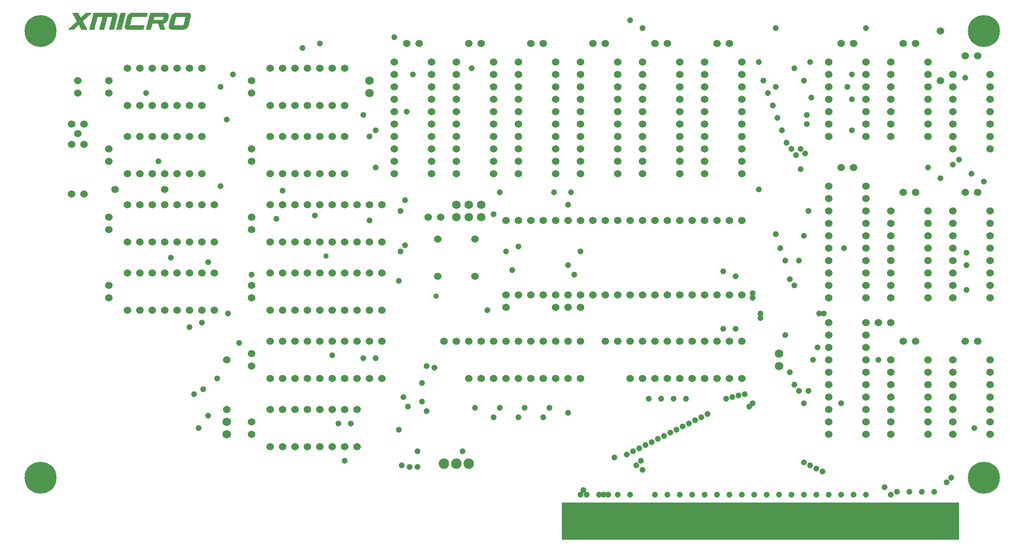
<source format=gts>
G75*
G70*
%OFA0B0*%
%FSLAX24Y24*%
%IPPOS*%
%LPD*%
%AMOC8*
5,1,8,0,0,1.08239X$1,22.5*
%
%ADD10C,0.0060*%
%ADD11C,0.0600*%
%ADD12C,0.0680*%
%ADD13R,3.2000X0.3000*%
%ADD14C,0.2580*%
%ADD15C,0.0476*%
%ADD16C,0.0840*%
%ADD17C,0.0437*%
D10*
X004461Y041254D02*
X005156Y041884D01*
X004788Y042535D01*
X005196Y042535D01*
X005418Y042129D01*
X005859Y042535D01*
X006247Y042535D01*
X005548Y041894D01*
X005920Y041254D01*
X005508Y041254D01*
X005286Y041660D01*
X004849Y041254D01*
X004461Y041254D01*
X004513Y041301D02*
X004899Y041301D01*
X004962Y041359D02*
X004577Y041359D01*
X004642Y041418D02*
X005025Y041418D01*
X005088Y041476D02*
X004706Y041476D01*
X004771Y041535D02*
X005151Y041535D01*
X005214Y041593D02*
X004835Y041593D01*
X004900Y041652D02*
X005277Y041652D01*
X005290Y041652D02*
X005689Y041652D01*
X005655Y041710D02*
X004964Y041710D01*
X005029Y041769D02*
X005621Y041769D01*
X005587Y041827D02*
X005093Y041827D01*
X005155Y041886D02*
X005553Y041886D01*
X005602Y041944D02*
X005122Y041944D01*
X005089Y042003D02*
X005666Y042003D01*
X005730Y042061D02*
X005056Y042061D01*
X005023Y042120D02*
X005794Y042120D01*
X005858Y042178D02*
X005472Y042178D01*
X005391Y042178D02*
X004990Y042178D01*
X004957Y042237D02*
X005359Y042237D01*
X005327Y042295D02*
X004924Y042295D01*
X004890Y042354D02*
X005295Y042354D01*
X005263Y042412D02*
X004857Y042412D01*
X004824Y042471D02*
X005231Y042471D01*
X005199Y042529D02*
X004791Y042529D01*
X005535Y042237D02*
X005922Y042237D01*
X005985Y042295D02*
X005599Y042295D01*
X005662Y042354D02*
X006049Y042354D01*
X006113Y042412D02*
X005726Y042412D01*
X005789Y042471D02*
X006177Y042471D01*
X006241Y042529D02*
X005853Y042529D01*
X006435Y042354D02*
X008350Y042354D01*
X008350Y042370D02*
X008350Y042296D01*
X008339Y042222D01*
X008087Y041254D01*
X007742Y041254D01*
X008007Y042264D01*
X007557Y042264D01*
X007296Y041254D01*
X006946Y041254D01*
X007211Y042264D01*
X006761Y042264D01*
X006500Y041254D01*
X006151Y041254D01*
X006482Y042535D01*
X008168Y042535D01*
X008204Y042534D01*
X008239Y042525D01*
X008272Y042508D01*
X008300Y042485D01*
X008325Y042451D01*
X008342Y042412D01*
X008350Y042370D01*
X008342Y042412D02*
X006450Y042412D01*
X006465Y042471D02*
X008310Y042471D01*
X008221Y042529D02*
X006480Y042529D01*
X006420Y042295D02*
X008350Y042295D01*
X008341Y042237D02*
X008000Y042237D01*
X007985Y042178D02*
X008327Y042178D01*
X008312Y042120D02*
X007969Y042120D01*
X007954Y042061D02*
X008297Y042061D01*
X008282Y042003D02*
X007938Y042003D01*
X007923Y041944D02*
X008267Y041944D01*
X008251Y041886D02*
X007908Y041886D01*
X007892Y041827D02*
X008236Y041827D01*
X008221Y041769D02*
X007877Y041769D01*
X007862Y041710D02*
X008206Y041710D01*
X008191Y041652D02*
X007846Y041652D01*
X007831Y041593D02*
X008176Y041593D01*
X008160Y041535D02*
X007816Y041535D01*
X007800Y041476D02*
X008145Y041476D01*
X008130Y041418D02*
X007785Y041418D01*
X007770Y041359D02*
X008115Y041359D01*
X008100Y041301D02*
X007754Y041301D01*
X007338Y041418D02*
X006989Y041418D01*
X007005Y041476D02*
X007353Y041476D01*
X007368Y041535D02*
X007020Y041535D01*
X007035Y041593D02*
X007384Y041593D01*
X007399Y041652D02*
X007051Y041652D01*
X007066Y041710D02*
X007414Y041710D01*
X007429Y041769D02*
X007081Y041769D01*
X007097Y041827D02*
X007444Y041827D01*
X007459Y041886D02*
X007112Y041886D01*
X007128Y041944D02*
X007474Y041944D01*
X007490Y042003D02*
X007143Y042003D01*
X007158Y042061D02*
X007505Y042061D01*
X007520Y042120D02*
X007174Y042120D01*
X007189Y042178D02*
X007535Y042178D01*
X007550Y042237D02*
X007204Y042237D01*
X006754Y042237D02*
X006405Y042237D01*
X006389Y042178D02*
X006739Y042178D01*
X006724Y042120D02*
X006374Y042120D01*
X006359Y042061D02*
X006709Y042061D01*
X006694Y042003D02*
X006344Y042003D01*
X006329Y041944D02*
X006679Y041944D01*
X006664Y041886D02*
X006314Y041886D01*
X006299Y041827D02*
X006649Y041827D01*
X006633Y041769D02*
X006284Y041769D01*
X006269Y041710D02*
X006618Y041710D01*
X006603Y041652D02*
X006253Y041652D01*
X006238Y041593D02*
X006588Y041593D01*
X006573Y041535D02*
X006223Y041535D01*
X006208Y041476D02*
X006558Y041476D01*
X006543Y041418D02*
X006193Y041418D01*
X006178Y041359D02*
X006527Y041359D01*
X006512Y041301D02*
X006163Y041301D01*
X005893Y041301D02*
X005482Y041301D01*
X005450Y041359D02*
X005859Y041359D01*
X005825Y041418D02*
X005418Y041418D01*
X005386Y041476D02*
X005791Y041476D01*
X005757Y041535D02*
X005354Y041535D01*
X005322Y041593D02*
X005723Y041593D01*
X006959Y041301D02*
X007308Y041301D01*
X007323Y041359D02*
X006974Y041359D01*
X008339Y041254D02*
X008670Y042535D01*
X009015Y042535D01*
X008684Y041254D01*
X008339Y041254D01*
X008351Y041301D02*
X008696Y041301D01*
X008711Y041359D02*
X008366Y041359D01*
X008381Y041418D02*
X008726Y041418D01*
X008742Y041476D02*
X008396Y041476D01*
X008411Y041535D02*
X008757Y041535D01*
X008772Y041593D02*
X008426Y041593D01*
X008441Y041652D02*
X008787Y041652D01*
X008802Y041710D02*
X008456Y041710D01*
X008472Y041769D02*
X008817Y041769D01*
X008832Y041827D02*
X008487Y041827D01*
X008502Y041886D02*
X008847Y041886D01*
X008862Y041944D02*
X008517Y041944D01*
X008532Y042003D02*
X008878Y042003D01*
X008893Y042061D02*
X008547Y042061D01*
X008562Y042120D02*
X008908Y042120D01*
X008923Y042178D02*
X008577Y042178D01*
X008592Y042237D02*
X008938Y042237D01*
X008953Y042295D02*
X008608Y042295D01*
X008623Y042354D02*
X008968Y042354D01*
X008983Y042412D02*
X008638Y042412D01*
X008653Y042471D02*
X008998Y042471D01*
X009014Y042529D02*
X008668Y042529D01*
X009203Y042273D02*
X009235Y042335D01*
X009276Y042393D01*
X009325Y042444D01*
X009369Y042482D01*
X009419Y042511D01*
X009474Y042531D01*
X009502Y042535D01*
X009529Y042535D01*
X010790Y042535D01*
X010724Y042264D01*
X009546Y042264D01*
X009357Y041525D01*
X010528Y041525D01*
X010463Y041254D01*
X009168Y041254D01*
X009139Y041256D01*
X009111Y041265D01*
X009086Y041279D01*
X009063Y041298D01*
X009036Y041335D01*
X009017Y041377D01*
X009007Y041422D01*
X009005Y041474D01*
X009011Y041525D01*
X009023Y041586D01*
X009180Y042206D01*
X009203Y042273D01*
X009215Y042295D02*
X010731Y042295D01*
X010746Y042354D02*
X009248Y042354D01*
X009295Y042412D02*
X010760Y042412D01*
X010774Y042471D02*
X009356Y042471D01*
X009468Y042529D02*
X010788Y042529D01*
X011028Y042471D02*
X011110Y042471D01*
X012438Y042471D01*
X012428Y042482D02*
X012453Y042454D01*
X012474Y042423D01*
X012488Y042389D01*
X012496Y042353D01*
X012495Y042288D01*
X012484Y042224D01*
X012441Y042063D01*
X012429Y042024D01*
X012410Y041988D01*
X012354Y041905D01*
X012286Y041831D01*
X012228Y041786D01*
X012163Y041753D01*
X012095Y041737D01*
X012026Y041729D01*
X012198Y041254D01*
X011852Y041254D01*
X011680Y041733D01*
X011180Y041733D01*
X011055Y041254D01*
X010710Y041254D01*
X011045Y042535D01*
X012288Y042535D01*
X012326Y042532D01*
X012363Y042522D01*
X012397Y042505D01*
X012428Y042482D01*
X012478Y042412D02*
X011170Y042412D01*
X011012Y042412D01*
X010997Y042354D02*
X011229Y042354D01*
X012496Y042354D01*
X012496Y042295D02*
X011288Y042295D01*
X010982Y042295D01*
X010967Y042237D02*
X011314Y042237D01*
X011320Y042264D02*
X011045Y042535D01*
X011320Y042264D01*
X012150Y042264D01*
X012082Y041985D01*
X011252Y041985D01*
X011320Y042264D01*
X011299Y042178D02*
X010951Y042178D01*
X010936Y042120D02*
X011285Y042120D01*
X011271Y042061D02*
X010921Y042061D01*
X010905Y042003D02*
X011256Y042003D01*
X011174Y041710D02*
X010829Y041710D01*
X010814Y041652D02*
X011159Y041652D01*
X011144Y041593D02*
X010798Y041593D01*
X010783Y041535D02*
X011128Y041535D01*
X011113Y041476D02*
X010768Y041476D01*
X010753Y041418D02*
X011098Y041418D01*
X011083Y041359D02*
X010737Y041359D01*
X010722Y041301D02*
X011068Y041301D01*
X010844Y041769D02*
X012194Y041769D01*
X012281Y041827D02*
X010860Y041827D01*
X010875Y041886D02*
X012337Y041886D01*
X012381Y041944D02*
X010890Y041944D01*
X010516Y041476D02*
X009005Y041476D01*
X009008Y041418D02*
X010502Y041418D01*
X010488Y041359D02*
X009025Y041359D01*
X009062Y041301D02*
X010474Y041301D01*
X011689Y041710D02*
X012033Y041710D01*
X012054Y041652D02*
X011709Y041652D01*
X011730Y041593D02*
X012075Y041593D01*
X012096Y041535D02*
X011751Y041535D01*
X011772Y041476D02*
X012117Y041476D01*
X012138Y041418D02*
X011793Y041418D01*
X011814Y041359D02*
X012159Y041359D01*
X012180Y041301D02*
X011835Y041301D01*
X012562Y041400D02*
X012576Y041358D01*
X012586Y041332D01*
X012603Y041309D01*
X012623Y041289D01*
X012647Y041273D01*
X012673Y041261D01*
X012701Y041256D01*
X012729Y041254D01*
X013743Y041254D01*
X013784Y041255D01*
X013824Y041263D01*
X013863Y041280D01*
X013898Y041302D01*
X013947Y041341D01*
X013990Y041386D01*
X014033Y041442D01*
X014067Y041504D01*
X014091Y041571D01*
X014263Y042230D01*
X014271Y042284D01*
X014271Y042339D01*
X014266Y042384D01*
X014253Y042428D01*
X014235Y042462D01*
X014210Y042492D01*
X014178Y042514D01*
X014142Y042529D01*
X014104Y042535D01*
X013115Y042535D01*
X013095Y042264D01*
X013115Y042535D01*
X013072Y042535D01*
X013018Y042527D01*
X012966Y042509D01*
X012919Y042481D01*
X012857Y042423D01*
X012806Y042356D01*
X012765Y042284D01*
X012735Y042206D01*
X012568Y041577D01*
X012560Y041538D01*
X012556Y041444D01*
X012562Y041400D01*
X012560Y041418D02*
X014014Y041418D01*
X014051Y041476D02*
X012557Y041476D01*
X012560Y041535D02*
X012902Y041535D01*
X012900Y041525D02*
X013732Y041525D01*
X013927Y042264D01*
X013095Y042264D01*
X012900Y041525D01*
X012918Y041593D02*
X012572Y041593D01*
X012588Y041652D02*
X012933Y041652D01*
X012949Y041710D02*
X012603Y041710D01*
X012619Y041769D02*
X012964Y041769D01*
X012979Y041827D02*
X012635Y041827D01*
X012650Y041886D02*
X012995Y041886D01*
X013010Y041944D02*
X012666Y041944D01*
X012681Y042003D02*
X013026Y042003D01*
X013041Y042061D02*
X012697Y042061D01*
X012712Y042120D02*
X013057Y042120D01*
X013072Y042178D02*
X012728Y042178D01*
X012747Y042237D02*
X013088Y042237D01*
X013097Y042295D02*
X014271Y042295D01*
X014269Y042354D02*
X013102Y042354D01*
X012804Y042354D01*
X012771Y042295D02*
X013097Y042295D01*
X013106Y042412D02*
X014258Y042412D01*
X014228Y042471D02*
X013110Y042471D01*
X012908Y042471D01*
X012849Y042412D02*
X013106Y042412D01*
X013115Y042529D02*
X014141Y042529D01*
X014264Y042237D02*
X013920Y042237D01*
X013905Y042178D02*
X014249Y042178D01*
X014234Y042120D02*
X013889Y042120D01*
X013874Y042061D02*
X014219Y042061D01*
X014204Y042003D02*
X013858Y042003D01*
X013843Y041944D02*
X014188Y041944D01*
X014173Y041886D02*
X013827Y041886D01*
X013812Y041827D02*
X014158Y041827D01*
X014143Y041769D02*
X013796Y041769D01*
X013781Y041710D02*
X014128Y041710D01*
X014112Y041652D02*
X013765Y041652D01*
X013750Y041593D02*
X014097Y041593D01*
X014078Y041535D02*
X013734Y041535D01*
X013896Y041301D02*
X012611Y041301D01*
X012575Y041359D02*
X013964Y041359D01*
X012418Y042003D02*
X012086Y042003D01*
X012101Y042061D02*
X012441Y042061D01*
X012457Y042120D02*
X012115Y042120D01*
X012129Y042178D02*
X012472Y042178D01*
X012487Y042237D02*
X012144Y042237D01*
X012338Y042529D02*
X011051Y042529D01*
X011043Y042529D01*
X009539Y042237D02*
X009191Y042237D01*
X009173Y042178D02*
X009524Y042178D01*
X009509Y042120D02*
X009158Y042120D01*
X009144Y042061D02*
X009494Y042061D01*
X009479Y042003D02*
X009129Y042003D01*
X009114Y041944D02*
X009464Y041944D01*
X009449Y041886D02*
X009099Y041886D01*
X009084Y041827D02*
X009434Y041827D01*
X009419Y041769D02*
X009069Y041769D01*
X009054Y041710D02*
X009404Y041710D01*
X009389Y041652D02*
X009039Y041652D01*
X009024Y041593D02*
X009374Y041593D01*
X009359Y041535D02*
X009013Y041535D01*
X013033Y042529D02*
X013115Y042529D01*
D11*
X013180Y038100D03*
X012180Y038100D03*
X011180Y038100D03*
X010180Y038100D03*
X009180Y038100D03*
X007680Y037100D03*
X007680Y036100D03*
X009180Y035100D03*
X010180Y035100D03*
X011180Y035100D03*
X012180Y035100D03*
X013180Y035100D03*
X014180Y035100D03*
X015180Y035100D03*
X019180Y036100D03*
X019180Y037100D03*
X020680Y038100D03*
X021680Y038100D03*
X022680Y038100D03*
X023680Y038100D03*
X024680Y038100D03*
X025680Y038100D03*
X026680Y038100D03*
X030680Y037600D03*
X030680Y036600D03*
X030680Y035600D03*
X030680Y034600D03*
X030680Y033600D03*
X030680Y032600D03*
X030680Y031600D03*
X030680Y030600D03*
X030680Y029600D03*
X033680Y029600D03*
X033680Y030600D03*
X033680Y031600D03*
X033680Y032600D03*
X033680Y033600D03*
X033680Y034600D03*
X033680Y035600D03*
X033680Y036600D03*
X033680Y037600D03*
X033680Y038600D03*
X032680Y040100D03*
X031680Y040100D03*
X030680Y038600D03*
X035680Y038600D03*
X035680Y037600D03*
X035680Y036600D03*
X035680Y035600D03*
X035680Y034600D03*
X035680Y033600D03*
X035680Y032600D03*
X035680Y031600D03*
X035680Y030600D03*
X035680Y029600D03*
X038680Y029600D03*
X038680Y030600D03*
X040680Y030600D03*
X040680Y029600D03*
X043680Y029600D03*
X043680Y030600D03*
X045680Y030600D03*
X045680Y029600D03*
X048680Y029600D03*
X048680Y030600D03*
X048680Y031600D03*
X048680Y032600D03*
X048680Y033600D03*
X048680Y034600D03*
X048680Y035600D03*
X048680Y036600D03*
X048680Y037600D03*
X048680Y038600D03*
X047680Y040100D03*
X046680Y040100D03*
X045680Y038600D03*
X043680Y038600D03*
X043680Y037600D03*
X043680Y036600D03*
X043680Y035600D03*
X045680Y035600D03*
X045680Y036600D03*
X045680Y037600D03*
X042680Y040100D03*
X041680Y040100D03*
X040680Y038600D03*
X038680Y038600D03*
X038680Y037600D03*
X038680Y036600D03*
X038680Y035600D03*
X040680Y035600D03*
X040680Y036600D03*
X040680Y037600D03*
X037680Y040100D03*
X036680Y040100D03*
X026680Y035100D03*
X025680Y035100D03*
X024680Y035100D03*
X023680Y035100D03*
X022680Y035100D03*
X021680Y035100D03*
X020680Y035100D03*
X020680Y032600D03*
X021680Y032600D03*
X022680Y032600D03*
X023680Y032600D03*
X024680Y032600D03*
X025680Y032600D03*
X026680Y032600D03*
X026680Y029600D03*
X025680Y029600D03*
X024680Y029600D03*
X023680Y029600D03*
X022680Y029600D03*
X021680Y029600D03*
X020680Y029600D03*
X019180Y030600D03*
X019180Y031600D03*
X015180Y032600D03*
X014180Y032600D03*
X013180Y032600D03*
X012180Y032600D03*
X011180Y032600D03*
X010180Y032600D03*
X009180Y032600D03*
X007680Y031600D03*
X005680Y031975D03*
X004680Y031975D03*
X005180Y032850D03*
X004680Y033600D03*
X005680Y033600D03*
X005180Y036100D03*
X005180Y037100D03*
X014180Y038100D03*
X015180Y038100D03*
X007680Y030600D03*
X009180Y029600D03*
X010180Y029600D03*
X011180Y029600D03*
X012180Y029600D03*
X013180Y029600D03*
X014180Y029600D03*
X015180Y029600D03*
X012180Y028350D03*
X012180Y027100D03*
X013180Y027100D03*
X014180Y027100D03*
X015180Y027100D03*
X016180Y027100D03*
X019180Y026100D03*
X020680Y027100D03*
X021680Y027100D03*
X022680Y027100D03*
X023680Y027100D03*
X024680Y027100D03*
X025680Y027100D03*
X026680Y027100D03*
X027680Y027100D03*
X028680Y027100D03*
X029680Y027100D03*
X033430Y026100D03*
X034430Y026100D03*
X034180Y024350D03*
X037180Y024350D03*
X039680Y025850D03*
X040680Y025850D03*
X041680Y025850D03*
X042680Y025850D03*
X043680Y025850D03*
X044680Y025850D03*
X045680Y025850D03*
X046680Y025850D03*
X047680Y025850D03*
X048680Y025850D03*
X049680Y025850D03*
X050680Y025850D03*
X051680Y025850D03*
X052680Y025850D03*
X053680Y025850D03*
X054680Y025850D03*
X055680Y025850D03*
X056680Y025850D03*
X057680Y025850D03*
X058680Y025850D03*
X065680Y025600D03*
X065680Y026600D03*
X065680Y027600D03*
X065680Y028600D03*
X066680Y030100D03*
X067680Y030100D03*
X068680Y028600D03*
X068680Y027600D03*
X068680Y026600D03*
X068680Y025600D03*
X070680Y025600D03*
X070680Y026600D03*
X071680Y028100D03*
X072680Y028100D03*
X073680Y026600D03*
X073680Y025600D03*
X073680Y024600D03*
X073680Y023600D03*
X073680Y022600D03*
X073680Y021600D03*
X073680Y020600D03*
X073680Y019600D03*
X075680Y019600D03*
X075680Y020600D03*
X075680Y021600D03*
X075680Y022600D03*
X075680Y023600D03*
X075680Y024600D03*
X075680Y025600D03*
X075680Y026600D03*
X076680Y028100D03*
X077680Y028100D03*
X078680Y026600D03*
X078680Y025600D03*
X078680Y024600D03*
X078680Y023600D03*
X078680Y022600D03*
X078680Y021600D03*
X078680Y020600D03*
X078680Y019600D03*
X077680Y016100D03*
X076680Y016100D03*
X075680Y014600D03*
X075680Y013600D03*
X075680Y012600D03*
X075680Y011600D03*
X075680Y010600D03*
X075680Y009600D03*
X075680Y008600D03*
X073680Y008600D03*
X073680Y009600D03*
X073680Y010600D03*
X073680Y011600D03*
X073680Y012600D03*
X073680Y013600D03*
X073680Y014600D03*
X072680Y016100D03*
X071680Y016100D03*
X070680Y017600D03*
X069680Y017600D03*
X068680Y017600D03*
X068680Y016600D03*
X068680Y015600D03*
X068680Y014600D03*
X068680Y013600D03*
X068680Y012600D03*
X070680Y012600D03*
X070680Y013600D03*
X070680Y014600D03*
X065680Y014600D03*
X065680Y013600D03*
X065680Y012600D03*
X065680Y011600D03*
X065680Y010600D03*
X065680Y009600D03*
X065680Y008600D03*
X068680Y008600D03*
X070680Y008600D03*
X070680Y009600D03*
X070680Y010600D03*
X070680Y011600D03*
X068680Y011600D03*
X068680Y010600D03*
X068680Y009600D03*
X078680Y009600D03*
X078680Y010600D03*
X078680Y011600D03*
X078680Y012600D03*
X078680Y013600D03*
X078680Y014600D03*
X070680Y019600D03*
X070680Y020600D03*
X070680Y021600D03*
X068680Y021600D03*
X068680Y020600D03*
X068680Y019600D03*
X065680Y019600D03*
X065680Y020600D03*
X065680Y021600D03*
X065680Y022600D03*
X065680Y023600D03*
X065680Y024600D03*
X068680Y024600D03*
X068680Y023600D03*
X068680Y022600D03*
X070680Y022600D03*
X070680Y023600D03*
X070680Y024600D03*
X058680Y019850D03*
X057680Y019850D03*
X056680Y019850D03*
X055680Y019850D03*
X054680Y019850D03*
X053680Y019850D03*
X052680Y019850D03*
X051680Y019850D03*
X050680Y019850D03*
X049680Y019850D03*
X048680Y019850D03*
X047680Y019850D03*
X046680Y019850D03*
X045680Y019850D03*
X044680Y019850D03*
X043680Y019850D03*
X042680Y019850D03*
X041680Y019850D03*
X040680Y019850D03*
X039680Y019850D03*
X039680Y018850D03*
X043680Y018850D03*
X044680Y018850D03*
X045680Y018850D03*
X045680Y016100D03*
X044680Y016100D03*
X043680Y016100D03*
X042680Y016100D03*
X041680Y016100D03*
X040680Y016100D03*
X039680Y016100D03*
X038680Y016100D03*
X037680Y016100D03*
X036680Y016100D03*
X035680Y016100D03*
X034680Y016100D03*
X036680Y013100D03*
X037680Y013100D03*
X038680Y013100D03*
X039680Y013100D03*
X040680Y013100D03*
X041680Y013100D03*
X042680Y013100D03*
X043680Y013100D03*
X044680Y013100D03*
X045680Y013100D03*
X049680Y013100D03*
X050680Y013100D03*
X051680Y013100D03*
X052680Y013100D03*
X053680Y013100D03*
X054680Y013100D03*
X055680Y013100D03*
X056680Y013100D03*
X057680Y013100D03*
X058680Y013100D03*
X058680Y016100D03*
X057680Y016100D03*
X056680Y016100D03*
X055680Y016100D03*
X054680Y016100D03*
X053680Y016100D03*
X052680Y016100D03*
X051680Y016100D03*
X050680Y016100D03*
X049680Y016100D03*
X048680Y016100D03*
X047680Y016100D03*
X037180Y021350D03*
X034180Y021350D03*
X029680Y021600D03*
X028680Y021600D03*
X027680Y021600D03*
X026680Y021600D03*
X025680Y021600D03*
X024680Y021600D03*
X023680Y021600D03*
X022680Y021600D03*
X021680Y021600D03*
X020680Y021600D03*
X019180Y020600D03*
X019180Y019600D03*
X020680Y018600D03*
X021680Y018600D03*
X022680Y018600D03*
X023680Y018600D03*
X024680Y018600D03*
X025680Y018600D03*
X026680Y018600D03*
X027680Y018600D03*
X028680Y018600D03*
X029680Y018600D03*
X029680Y016100D03*
X028680Y016100D03*
X027680Y016100D03*
X026680Y016100D03*
X025680Y016100D03*
X024680Y016100D03*
X023680Y016100D03*
X022680Y016100D03*
X021680Y016100D03*
X020680Y016100D03*
X019180Y015100D03*
X019180Y014100D03*
X020680Y013100D03*
X021680Y013100D03*
X022680Y013100D03*
X023680Y013100D03*
X024680Y013100D03*
X025680Y013100D03*
X026680Y013100D03*
X027680Y013100D03*
X028680Y013100D03*
X029680Y013100D03*
X027680Y010600D03*
X026680Y010600D03*
X025680Y010600D03*
X024680Y010600D03*
X023680Y010600D03*
X022680Y010600D03*
X021680Y010600D03*
X020680Y010600D03*
X019180Y009600D03*
X017180Y010600D03*
X019180Y008600D03*
X020680Y007600D03*
X021680Y007600D03*
X022680Y007600D03*
X023680Y007600D03*
X024680Y007600D03*
X025680Y007600D03*
X026680Y007600D03*
X027680Y007600D03*
X017180Y014600D03*
X016180Y018600D03*
X015180Y018600D03*
X014180Y018600D03*
X013180Y018600D03*
X012180Y018600D03*
X011180Y018600D03*
X010180Y018600D03*
X009180Y018600D03*
X007680Y019600D03*
X007680Y020600D03*
X009180Y021600D03*
X010180Y021600D03*
X011180Y021600D03*
X012180Y021600D03*
X013180Y021600D03*
X014180Y021600D03*
X015180Y021600D03*
X016180Y021600D03*
X016180Y024100D03*
X015180Y024100D03*
X014180Y024100D03*
X013180Y024100D03*
X012180Y024100D03*
X011180Y024100D03*
X010180Y024100D03*
X009180Y024100D03*
X007680Y025100D03*
X007680Y026100D03*
X009180Y027100D03*
X010180Y027100D03*
X011180Y027100D03*
X008180Y028350D03*
X005680Y027975D03*
X004680Y027975D03*
X019180Y025100D03*
X020680Y024100D03*
X021680Y024100D03*
X022680Y024100D03*
X023680Y024100D03*
X024680Y024100D03*
X025680Y024100D03*
X026680Y024100D03*
X027680Y024100D03*
X028680Y024100D03*
X029680Y024100D03*
X038680Y031600D03*
X038680Y032600D03*
X038680Y033600D03*
X038680Y034600D03*
X040680Y034600D03*
X040680Y033600D03*
X040680Y032600D03*
X040680Y031600D03*
X043680Y031600D03*
X043680Y032600D03*
X043680Y033600D03*
X043680Y034600D03*
X045680Y034600D03*
X045680Y033600D03*
X045680Y032600D03*
X045680Y031600D03*
X050680Y031600D03*
X050680Y032600D03*
X050680Y033600D03*
X050680Y034600D03*
X050680Y035600D03*
X050680Y036600D03*
X050680Y037600D03*
X050680Y038600D03*
X051680Y040100D03*
X052680Y040100D03*
X053680Y038600D03*
X053680Y037600D03*
X053680Y036600D03*
X053680Y035600D03*
X053680Y034600D03*
X053680Y033600D03*
X053680Y032600D03*
X053680Y031600D03*
X053680Y030600D03*
X053680Y029600D03*
X055680Y029600D03*
X055680Y030600D03*
X055680Y031600D03*
X055680Y032600D03*
X055680Y033600D03*
X055680Y034600D03*
X055680Y035600D03*
X055680Y036600D03*
X055680Y037600D03*
X055680Y038600D03*
X056680Y040100D03*
X057680Y040100D03*
X058680Y038600D03*
X058680Y037600D03*
X058680Y036600D03*
X058680Y035600D03*
X058680Y034600D03*
X058680Y033600D03*
X058680Y032600D03*
X058680Y031600D03*
X058680Y030600D03*
X058680Y029600D03*
X065680Y032600D03*
X065680Y033600D03*
X065680Y034600D03*
X065680Y035600D03*
X065680Y036600D03*
X065680Y037600D03*
X065680Y038600D03*
X066680Y040100D03*
X067680Y040100D03*
X068680Y038600D03*
X070680Y038600D03*
X070680Y037600D03*
X070680Y036600D03*
X070680Y035600D03*
X068680Y035600D03*
X068680Y036600D03*
X068680Y037600D03*
X071680Y040100D03*
X072680Y040100D03*
X074680Y041100D03*
X076680Y039100D03*
X077680Y039100D03*
X078680Y037600D03*
X078680Y036600D03*
X078680Y035600D03*
X078680Y034600D03*
X078680Y033600D03*
X078680Y032600D03*
X078680Y031600D03*
X075680Y031600D03*
X075680Y032600D03*
X075680Y033600D03*
X075680Y034600D03*
X075680Y035600D03*
X075680Y036600D03*
X075680Y037600D03*
X074680Y037100D03*
X073680Y036600D03*
X073680Y035600D03*
X073680Y034600D03*
X073680Y033600D03*
X073680Y032600D03*
X070680Y032600D03*
X070680Y033600D03*
X070680Y034600D03*
X068680Y034600D03*
X068680Y033600D03*
X068680Y032600D03*
X073680Y037600D03*
X073680Y038600D03*
X050680Y030600D03*
X050680Y029600D03*
X065680Y017600D03*
X065680Y016600D03*
X065680Y015600D03*
X078680Y008600D03*
D12*
X061680Y014100D03*
X061680Y015100D03*
X037680Y026100D03*
X036680Y026100D03*
X035680Y026100D03*
X035680Y027100D03*
X036680Y027100D03*
X037680Y027100D03*
X028680Y036100D03*
X028680Y037100D03*
X017180Y009600D03*
X017180Y008600D03*
D13*
X060180Y001600D03*
D14*
X002180Y005100D03*
X002180Y041100D03*
X078180Y041100D03*
X078180Y005100D03*
D15*
X075555Y005100D03*
X075180Y004725D03*
X074180Y003975D03*
X073180Y003975D03*
X072180Y003975D03*
X071180Y003975D03*
X070680Y003725D03*
X070180Y004350D03*
X068680Y003725D03*
X067680Y003725D03*
X066680Y003725D03*
X065680Y003725D03*
X064680Y003725D03*
X063680Y003725D03*
X062680Y003725D03*
X061680Y003725D03*
X060680Y003725D03*
X059680Y003725D03*
X058680Y003725D03*
X057680Y003725D03*
X056680Y003725D03*
X055680Y003725D03*
X054680Y003725D03*
X053680Y003725D03*
X052680Y003725D03*
X051680Y003725D03*
X049680Y003725D03*
X048680Y003725D03*
X047930Y003725D03*
X047555Y003725D03*
X047180Y003725D03*
X046180Y003725D03*
X045930Y004100D03*
X045680Y003725D03*
X050180Y006100D03*
X050555Y006475D03*
X050680Y005725D03*
X049930Y007225D03*
X050430Y007475D03*
X050930Y007725D03*
X051430Y007975D03*
X051930Y008225D03*
X052430Y008475D03*
X052930Y008725D03*
X053430Y008975D03*
X053930Y009225D03*
X054430Y009475D03*
X054930Y009725D03*
X055430Y009975D03*
X055930Y010225D03*
X057430Y011475D03*
X057930Y011600D03*
X058430Y011725D03*
X058930Y011850D03*
X059555Y011100D03*
X059305Y010850D03*
X062930Y012600D03*
X063305Y012100D03*
X064055Y012100D03*
X063680Y011100D03*
X066680Y011100D03*
X062555Y013600D03*
X064430Y014600D03*
X064805Y015600D03*
X062180Y016600D03*
X060180Y017975D03*
X060180Y018350D03*
X059555Y019600D03*
X059555Y019975D03*
X058180Y021350D03*
X057180Y021725D03*
X061805Y023600D03*
X062180Y022600D03*
X063305Y022600D03*
X062555Y021100D03*
X062930Y020600D03*
X064930Y018350D03*
X065305Y018350D03*
X069680Y014600D03*
X077430Y009100D03*
X065180Y005600D03*
X064680Y005850D03*
X064180Y006100D03*
X063680Y006350D03*
X054180Y011475D03*
X053180Y011475D03*
X052180Y011475D03*
X051180Y011475D03*
X044680Y010350D03*
X043180Y010725D03*
X042680Y009975D03*
X041180Y010725D03*
X040680Y009975D03*
X039180Y010725D03*
X038680Y009975D03*
X037180Y010725D03*
X033305Y010475D03*
X032930Y011225D03*
X031805Y010850D03*
X031430Y011600D03*
X032930Y012725D03*
X033305Y014100D03*
X033930Y013975D03*
X029180Y014725D03*
X028180Y014725D03*
X025680Y014975D03*
X018180Y015975D03*
X015180Y017600D03*
X014180Y017225D03*
X017305Y018350D03*
X019180Y021475D03*
X015680Y022475D03*
X012680Y022850D03*
X021180Y025975D03*
X024305Y026225D03*
X021680Y028225D03*
X016680Y028600D03*
X011680Y030600D03*
X017180Y033975D03*
X016680Y036600D03*
X017680Y037600D03*
X023305Y039725D03*
X024680Y040100D03*
X030680Y040600D03*
X032180Y037600D03*
X036930Y038100D03*
X031680Y034600D03*
X029180Y033100D03*
X028680Y032600D03*
X028180Y034350D03*
X029180Y030100D03*
X031555Y027475D03*
X031180Y026600D03*
X028680Y025850D03*
X031555Y023850D03*
X031180Y023350D03*
X031055Y020975D03*
X038180Y018600D03*
X040180Y021850D03*
X039680Y023350D03*
X040680Y023725D03*
X044680Y022225D03*
X045180Y021475D03*
X045680Y023350D03*
X038680Y026350D03*
X039180Y028100D03*
X043555Y028100D03*
X044930Y028100D03*
X044680Y027100D03*
X060055Y028350D03*
X063430Y029975D03*
X063055Y031100D03*
X063805Y031225D03*
X063430Y031600D03*
X062680Y031600D03*
X062305Y032100D03*
X061930Y033100D03*
X061555Y034100D03*
X061180Y035100D03*
X060805Y036100D03*
X061430Y036600D03*
X060430Y037100D03*
X062930Y038100D03*
X064180Y038600D03*
X063680Y037100D03*
X064305Y035725D03*
X063930Y034350D03*
X063930Y033600D03*
X067555Y033100D03*
X067555Y035600D03*
X067180Y036600D03*
X067555Y037600D03*
X068680Y041350D03*
X061430Y041350D03*
X060055Y038600D03*
X050680Y041350D03*
X049680Y041975D03*
X073680Y030100D03*
X074680Y029225D03*
X075680Y030350D03*
X076180Y030725D03*
X077180Y029600D03*
X078180Y028975D03*
X076805Y023225D03*
X076805Y022225D03*
X076805Y020225D03*
X066930Y023600D03*
X063680Y024600D03*
X061430Y024725D03*
X064055Y026600D03*
X058180Y017100D03*
X057180Y017100D03*
X049430Y006975D03*
X048430Y006725D03*
X036180Y007225D03*
X032555Y007225D03*
X031305Y006100D03*
X031930Y005975D03*
X032555Y005975D03*
X031055Y008975D03*
X027180Y009475D03*
X026180Y009475D03*
X026680Y006475D03*
X015680Y010100D03*
X014930Y009100D03*
X014555Y011850D03*
X015305Y012225D03*
X016430Y013100D03*
X010680Y036100D03*
X076680Y037350D03*
D16*
X036680Y006225D03*
X035680Y006225D03*
X034680Y006225D03*
D17*
X034055Y019725D03*
X025180Y022975D03*
M02*

</source>
